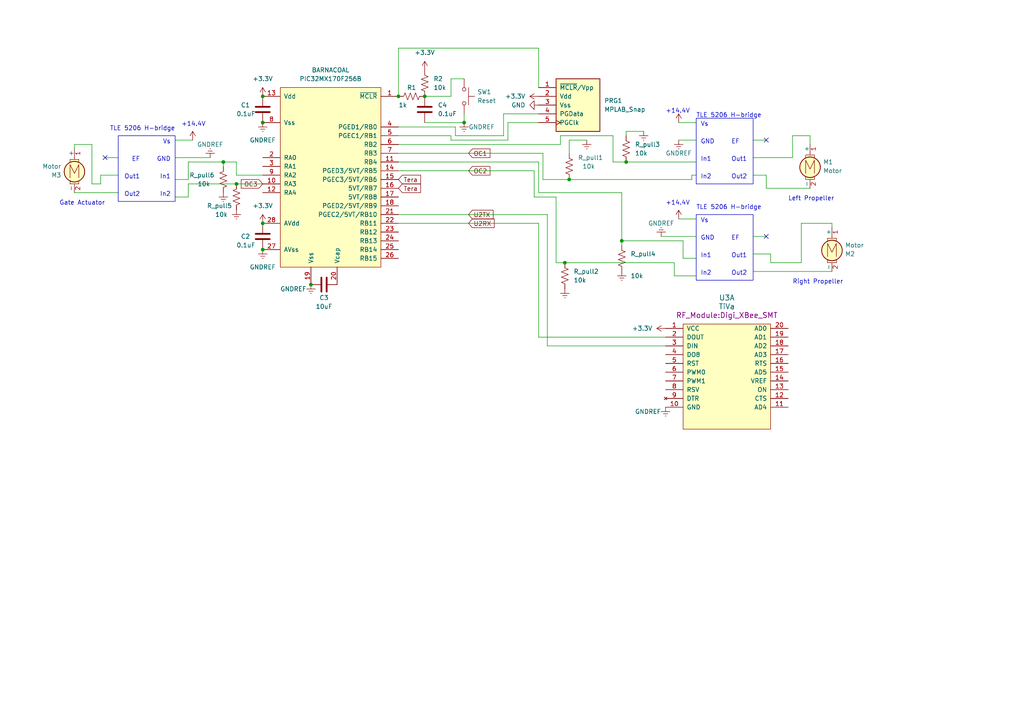
<source format=kicad_sch>
(kicad_sch (version 20230121) (generator eeschema)
  (paper "A4")
  (lib_symbols
    (symbol "ME218_BaseLib:Cap" (pin_numbers hide) (pin_names (offset 0.254))
      (property "Reference" "C" (at 0.635 2.54 0))
      (property "Value" "Cap" (at 0.635 -2.54 0))
      (symbol "Cap_0_1"
        (polyline (pts (xy -2.032 -0.762) (xy 2.032 -0.762)) (stroke (width 0.508)))
        (polyline (pts (xy -2.032 0.762) (xy 2.032 0.762)) (stroke (width 0.508)))
      )
      (symbol "Cap_1_1"
        (pin passive line (at 0 3.81 270) (length 2.794) (name "~") (number "1"))
        (pin passive line (at 0 -3.81 90) (length 2.794) (name "~") (number "2"))
      )
    )
    (symbol "ME218_BaseLib:MPLAB_Snap" (pin_names (offset 1.016))
      (property "Reference" "PRG" (at 0 8.89 0))
      (property "Value" "MPLAB_Snap" (at 8.89 1.27 90))
      (symbol "MPLAB_Snap_0_1"
        (rectangle (start -6.35 7.62) (end 6.35 -7.62) (stroke (width 0.254)) (fill (type background)))
      )
      (symbol "MPLAB_Snap_1_1"
        (pin output line (at -11.43 5.08 0) (length 5.08) (name "~{MCLR}/Vpp") (number "1"))
        (pin input line (at -11.43 2.54 0) (length 5.08) (name "Vdd") (number "2"))
        (pin input line (at -11.43 0 0) (length 5.08) (name "Vss") (number "3"))
        (pin bidirectional line (at -11.43 -2.54 0) (length 5.08) (name "PGData") (number "4"))
        (pin output clock (at -11.43 -5.08 0) (length 5.08) (name "PGClk") (number "5"))
        (pin no_connect line (at -2.54 -11.43 0) (length 5.08) hide (name "NC") (number "6"))
        (pin no_connect line (at -2.54 -13.97 0) (length 5.08) hide (name "NC") (number "7"))
        (pin no_connect line (at -2.54 -16.51 0) (length 5.08) hide (name "NC") (number "8"))
      )
    )
    (symbol "ME218_BaseLib:Motor" (pin_names (offset 0))
      (property "Reference" "M" (at 2.54 2.54 0))
      (property "Value" "Motor" (at 2.54 -5.08 0))
      (symbol "Motor_0_0"
        (circle (center 0 -1.524) (radius 2.9718) (stroke (width 0.254)) (fill (type background)))
        (polyline (pts (xy -1.27 -4.318) (xy -1.27 -5.08) (xy 1.27 -5.08) (xy 1.27 -4.318)) (fill (type background)))
        (polyline (pts (xy -1.27 1.27) (xy -1.27 2.032) (xy 1.27 2.032) (xy 1.27 1.27)) (fill (type background)))
        (polyline (pts (xy -1.27 -3.302) (xy -1.27 0.508) (xy 0 -2.032) (xy 1.27 0.508) (xy 1.27 -3.302)))
      )
      (symbol "Motor_0_1"
        (polyline (pts (xy 0 2.032) (xy 0 2.54)))
      )
      (symbol "Motor_1_1"
        (pin passive line (at 0 5.08 270) (length 2.54) (name "+") (number "1"))
        (pin passive line (at 0 -7.62 90) (length 2.54) (name "-") (number "2"))
      )
    )
    (symbol "ME218_BaseLib:PIC32MX170F256B" (pin_names (offset 1.016))
      (property "Reference" "U" (at -20.32 25.4 0))
      (property "Value" "PIC32MX170F256B" (at -7.62 25.4 0))
      (symbol "PIC32MX170F256B_0_1"
        (rectangle (start -21.59 24.13) (end 7.62 -27.94) (fill (type background)))
      )
      (symbol "PIC32MX170F256B_1_1"
        (pin input line (at 12.7 21.59 180) (length 5.08) (name "~{MCLR}") (number "1"))
        (pin bidirectional line (at -26.67 -3.81 0) (length 5.08) (name "RA3") (number "10"))
        (pin bidirectional line (at 12.7 2.54 180) (length 5.08) (name "RB4") (number "11"))
        (pin bidirectional line (at -26.67 -6.35 0) (length 5.08) (name "RA4") (number "12"))
        (pin power_in line (at -26.67 21.59 0) (length 5.08) (name "Vdd") (number "13"))
        (pin bidirectional line (at 12.7 0 180) (length 5.08) (name "PGED3/5VT/RB5") (number "14"))
        (pin bidirectional line (at 12.7 -2.54 180) (length 5.08) (name "PGEC3/5VT/RB6") (number "15"))
        (pin bidirectional line (at 12.7 -5.08 180) (length 5.08) (name "5VT/RB7") (number "16"))
        (pin bidirectional line (at 12.7 -7.62 180) (length 5.08) (name "5VT/RB8") (number "17"))
        (pin bidirectional line (at 12.7 -10.16 180) (length 5.08) (name "PGED2/5VT/RB9") (number "18"))
        (pin power_in line (at -12.7 -33.02 90) (length 5.08) (name "Vss") (number "19"))
        (pin bidirectional line (at -26.67 3.81 0) (length 5.08) (name "RA0") (number "2"))
        (pin input line (at -5.08 -33.02 90) (length 5.08) (name "Vcap") (number "20"))
        (pin bidirectional line (at 12.7 -12.7 180) (length 5.08) (name "PGEC2/5VT/RB10") (number "21"))
        (pin bidirectional line (at 12.7 -15.24 180) (length 5.08) (name "RB11") (number "22"))
        (pin bidirectional line (at 12.7 -17.78 180) (length 5.08) (name "RB12") (number "23"))
        (pin bidirectional line (at 12.7 -20.32 180) (length 5.08) (name "RB13") (number "24"))
        (pin bidirectional line (at 12.7 -22.86 180) (length 5.08) (name "RB14") (number "25"))
        (pin bidirectional line (at 12.7 -25.4 180) (length 5.08) (name "RB15") (number "26"))
        (pin power_in line (at -26.67 -22.86 0) (length 5.08) (name "AVss") (number "27"))
        (pin power_in line (at -26.67 -15.24 0) (length 5.08) (name "AVdd") (number "28"))
        (pin bidirectional line (at -26.67 1.27 0) (length 5.08) (name "RA1") (number "3"))
        (pin bidirectional line (at 12.7 12.7 180) (length 5.08) (name "PGED1/RB0") (number "4"))
        (pin bidirectional line (at 12.7 10.16 180) (length 5.08) (name "PGEC1/RB1") (number "5"))
        (pin bidirectional line (at 12.7 7.62 180) (length 5.08) (name "RB2") (number "6"))
        (pin bidirectional line (at 12.7 5.08 180) (length 5.08) (name "RB3") (number "7"))
        (pin power_in line (at -26.67 13.97 0) (length 5.08) (name "Vss") (number "8"))
        (pin bidirectional line (at -26.67 -1.27 0) (length 5.08) (name "RA2") (number "9"))
      )
    )
    (symbol "ME218_BaseLib:Res1" (pin_numbers hide) (pin_names (offset 0))
      (property "Reference" "R" (at 2.54 0 90))
      (property "Value" "Res1" (at -2.54 0 90))
      (symbol "Res1_0_1"
        (polyline (pts (xy 0 -2.286) (xy 0 -2.54)))
        (polyline (pts (xy 0 2.286) (xy 0 2.54)))
        (polyline (pts (xy 0 -0.762) (xy 1.016 -1.143) (xy 0 -1.524) (xy -1.016 -1.905) (xy 0 -2.286)))
        (polyline (pts (xy 0 0.762) (xy 1.016 0.381) (xy 0 0) (xy -1.016 -0.381) (xy 0 -0.762)))
        (polyline (pts (xy 0 2.286) (xy 1.016 1.905) (xy 0 1.524) (xy -1.016 1.143) (xy 0 0.762)))
      )
      (symbol "Res1_1_1"
        (pin passive line (at 0 3.81 270) (length 1.27) (name "~") (number "1"))
        (pin passive line (at 0 -3.81 90) (length 1.27) (name "~") (number "2"))
      )
    )
    (symbol "ME218_BaseLib:SW-PB" (pin_numbers hide) (pin_names (offset 1.016) hide)
      (property "Reference" "SW" (at 1.27 2.54 0))
      (property "Value" "SW-PB" (at 0 -1.524 0))
      (symbol "SW-PB_0_1"
        (circle (center -2.032 0) (radius 0.508))
        (polyline (pts (xy 0 1.27) (xy 0 3.048)))
        (polyline (pts (xy 2.54 1.27) (xy -2.54 1.27)))
        (circle (center 2.032 0) (radius 0.508))
        (pin passive line (at -5.08 0 0) (length 2.54) (name "1") (number "1"))
        (pin passive line (at 5.08 0 180) (length 2.54) (name "2") (number "2"))
      )
    )
    (symbol "Res1_4" (pin_numbers hide) (pin_names (offset 0))
      (property "Reference" "R" (at 2.54 0 90))
      (property "Value" "Res1" (at -2.54 0 90))
      (symbol "Res1_4_0_1"
        (polyline (pts (xy 0 -2.286) (xy 0 -2.54)))
        (polyline (pts (xy 0 2.286) (xy 0 2.54)))
        (polyline (pts (xy 0 -0.762) (xy 1.016 -1.143) (xy 0 -1.524) (xy -1.016 -1.905) (xy 0 -2.286)))
        (polyline (pts (xy 0 0.762) (xy 1.016 0.381) (xy 0 0) (xy -1.016 -0.381) (xy 0 -0.762)))
        (polyline (pts (xy 0 2.286) (xy 1.016 1.905) (xy 0 1.524) (xy -1.016 1.143) (xy 0 0.762)))
      )
      (symbol "Res1_4_1_1"
        (pin passive line (at 0 3.81 270) (length 1.27) (name "~") (number "1"))
        (pin passive line (at 0 -3.81 90) (length 1.27) (name "~") (number "2"))
      )
    )
    (symbol "TiVa_1" (pin_names (offset 1.016))
      (property "Reference" "U3" (at 0 24.13 0))
      (property "Value" "TiVa" (at 0 21.59 0))
      (property "Footprint" "RF_Module:Digi_XBee_SMT" (at 0 19.05 0))
      (symbol "TiVa_1_0_1"
        (rectangle (start -12.7 16.51) (end 12.7 -13.97) (fill (type background)))
      )
      (symbol "TiVa_1_1_1"
        (pin tri_state line (at -17.78 15.24 0) (length 5.08) (name "VCC") (number "1"))
        (pin power_out line (at -17.78 -7.62 0) (length 5.08) (name "GND") (number "10"))
        (pin tri_state line (at 17.78 -7.62 180) (length 5.08) (name "AD4") (number "11"))
        (pin tri_state line (at 17.78 -5.08 180) (length 5.08) (name "CTS") (number "12"))
        (pin tri_state line (at 17.78 -2.54 180) (length 5.08) (name "ON") (number "13"))
        (pin tri_state line (at 17.78 0 180) (length 5.08) (name "VREF") (number "14"))
        (pin tri_state line (at 17.78 2.54 180) (length 5.08) (name "AD5") (number "15"))
        (pin tri_state line (at 17.78 5.08 180) (length 5.08) (name "RTS") (number "16"))
        (pin tri_state line (at 17.78 7.62 180) (length 5.08) (name "AD3") (number "17"))
        (pin tri_state line (at 17.78 10.16 180) (length 5.08) (name "AD2") (number "18"))
        (pin tri_state line (at 17.78 12.7 180) (length 5.08) (name "AD1") (number "19"))
        (pin tri_state line (at -17.78 12.7 0) (length 5.08) (name "DOUT") (number "2"))
        (pin tri_state line (at 17.78 15.24 180) (length 5.08) (name "AD0") (number "20"))
        (pin tri_state line (at -17.78 10.16 0) (length 5.08) (name "DIN") (number "3"))
        (pin tri_state line (at -17.78 7.62 0) (length 5.08) (name "DO8") (number "4"))
        (pin tri_state line (at -17.78 5.08 0) (length 5.08) (name "RST") (number "5"))
        (pin tri_state line (at -17.78 2.54 0) (length 5.08) (name "PWM0") (number "6"))
        (pin tri_state line (at -17.78 0 0) (length 5.08) (name "PWM1") (number "7"))
        (pin tri_state line (at -17.78 -2.54 0) (length 5.08) (name "RSV") (number "8"))
        (pin no_connect line (at -17.78 -5.08 0) (length 5.08) (name "DTR") (number "9"))
      )
      (symbol "TiVa_1_2_1"
        (pin no_connect line (at -17.78 15.24 0) (length 5.08) (name "NC") (number "1"))
        (pin power_out line (at -17.78 -7.62 0) (length 5.08) (name "PF3") (number "10"))
        (pin tri_state line (at -17.78 -10.16 0) (length 5.08) (name "PF2") (number "11"))
        (pin no_connect line (at -17.78 -12.7 0) (length 5.08) (name "NC") (number "12"))
        (pin no_connect line (at 17.78 -12.7 180) (length 5.08) (name "NC") (number "13"))
        (pin tri_state line (at 17.78 -10.16 180) (length 5.08) (name "PF1") (number "14"))
        (pin tri_state line (at 17.78 -7.62 180) (length 5.08) (name "PF0") (number "15"))
        (pin tri_state line (at 17.78 -5.08 180) (length 5.08) (name "PD7") (number "16"))
        (pin tri_state line (at 17.78 -2.54 180) (length 5.08) (name "PD6") (number "17"))
        (pin no_connect line (at 17.78 0 180) (length 5.08) (name "NC") (number "18"))
        (pin no_connect line (at 17.78 2.54 180) (length 5.08) (name "NC") (number "19"))
        (pin power_in line (at -17.78 12.7 0) (length 5.08) (name "GND") (number "2"))
        (pin no_connect line (at 17.78 15.24 180) (length 5.08) (name "NC") (number "20"))
        (pin tri_state line (at 17.78 5.08 180) (length 5.08) (name "PD3") (number "20"))
        (pin tri_state line (at 17.78 7.62 180) (length 5.08) (name "PD2") (number "21"))
        (pin tri_state line (at 17.78 10.16 180) (length 5.08) (name "PD1") (number "22"))
        (pin tri_state line (at 17.78 12.7 180) (length 5.08) (name "PD0") (number "23"))
        (pin tri_state line (at -17.78 10.16 0) (length 5.08) (name "PE0") (number "3"))
        (pin tri_state line (at -17.78 7.62 0) (length 5.08) (name "PE1") (number "4"))
        (pin tri_state line (at -17.78 5.08 0) (length 5.08) (name "PE2") (number "5"))
        (pin tri_state line (at -17.78 2.54 0) (length 5.08) (name "PE3") (number "6"))
        (pin tri_state line (at -17.78 0 0) (length 5.08) (name "PE4") (number "7"))
        (pin tri_state line (at -17.78 -2.54 0) (length 5.08) (name "PE5") (number "8"))
        (pin tri_state line (at -17.78 -5.08 0) (length 5.08) (name "PF4") (number "9"))
      )
    )
    (symbol "power:+15V" (power) (pin_names (offset 0))
      (property "Value" "+15V" (at 0 3.556 0))
      (symbol "+15V_0_1"
        (polyline (pts (xy -0.762 1.27) (xy 0 2.54)))
        (polyline (pts (xy 0 0) (xy 0 2.54)))
        (polyline (pts (xy 0 2.54) (xy 0.762 1.27)))
      )
      (symbol "+15V_1_1"
        (pin power_in line (at 0 0 90) (length 0) hide (name "+15V") (number "1"))
      )
    )
    (symbol "power:+3.3V" (power) (pin_names (offset 0))
      (property "Value" "+3.3V" (at 0 3.556 0))
      (symbol "+3.3V_0_1"
        (polyline (pts (xy -0.762 1.27) (xy 0 2.54)))
        (polyline (pts (xy 0 0) (xy 0 2.54)))
        (polyline (pts (xy 0 2.54) (xy 0.762 1.27)))
      )
      (symbol "+3.3V_1_1"
        (pin power_in line (at 0 0 90) (length 0) hide (name "+3.3V") (number "1"))
      )
    )
    (symbol "power:GND" (power) (pin_names (offset 0))
      (property "Value" "GND" (at 0 -3.81 0))
      (symbol "GND_0_1"
        (polyline (pts (xy 0 0) (xy 0 -1.27) (xy 1.27 -1.27) (xy 0 -2.54) (xy -1.27 -1.27) (xy 0 -1.27)))
      )
      (symbol "GND_1_1"
        (pin power_in line (at 0 0 270) (length 0) hide (name "GND") (number "1"))
      )
    )
    (symbol "power:GNDREF" (power) (pin_names (offset 0))
      (property "Value" "GNDREF" (at 0 -3.81 0))
      (symbol "GNDREF_0_1"
        (polyline (pts (xy -0.635 -1.905) (xy 0.635 -1.905)))
        (polyline (pts (xy -0.127 -2.54) (xy 0.127 -2.54)))
        (polyline (pts (xy 0 -1.27) (xy 0 0)))
        (polyline (pts (xy 1.27 -1.27) (xy -1.27 -1.27)))
      )
      (symbol "GNDREF_1_1"
        (pin power_in line (at 0 0 270) (length 0) hide (name "GNDREF") (number "1"))
      )
    )
  )
  (junction (at 163.83 76.2))
  (junction (at 68.58 53.34))
  (junction (at 165.1 52.07))
  (junction (at 134.62 35.56))
  (junction (at 76.2 64.77))
  (junction (at 181.61 46.99))
  (junction (at 76.2 27.94))
  (junction (at 90.17 82.55))
  (junction (at 123.19 27.94))
  (junction (at 180.34 69.85))
  (junction (at 76.2 72.39))
  (junction (at 64.77 46.99))
  (junction (at 76.2 35.56))
  (junction (at 115.57 27.94))
  (no_connect (at 222.25 68.58))
  (no_connect (at 222.25 40.64))
  (no_connect (at 30.48 45.72))
  (wire (pts (xy 34.29 45.72) (xy 30.48 45.72)))
  (wire (pts (xy 132.08 39.37) (xy 146.05 39.37)))
  (wire (pts (xy 115.57 49.53) (xy 154.94 49.53)))
  (wire (pts (xy 180.34 69.85) (xy 198.12 69.85)))
  (wire (pts (xy 218.44 50.8) (xy 222.25 50.8)))
  (wire (pts (xy 195.58 76.2) (xy 195.58 80.01)))
  (wire (pts (xy 165.1 52.07) (xy 157.48 52.07)))
  (wire (pts (xy 68.58 53.34) (xy 76.2 53.34)))
  (wire (pts (xy 29.21 53.34) (xy 26.67 53.34)))
  (wire (pts (xy 54.61 52.07) (xy 50.8 52.07)))
  (wire (pts (xy 130.81 39.37) (xy 130.81 40.64)))
  (wire (pts (xy 115.57 41.91) (xy 162.56 41.91)))
  (wire (pts (xy 234.95 54.61) (xy 222.25 54.61)))
  (wire (pts (xy 223.52 76.2) (xy 223.52 73.66)))
  (wire (pts (xy 146.05 39.37) (xy 146.05 33.02)))
  (wire (pts (xy 196.85 35.56) (xy 201.93 35.56)))
  (wire (pts (xy 162.56 39.37) (xy 177.8 39.37)))
  (wire (pts (xy 123.19 27.94) (xy 130.81 27.94)))
  (wire (pts (xy 196.85 40.64) (xy 201.93 40.64)))
  (wire (pts (xy 21.59 41.91) (xy 26.67 41.91)))
  (wire (pts (xy 234.95 39.37) (xy 229.87 39.37)))
  (wire (pts (xy 68.58 50.8) (xy 68.58 46.99)))
  (wire (pts (xy 60.96 45.72) (xy 50.8 45.72)))
  (wire (pts (xy 218.44 73.66) (xy 223.52 73.66)))
  (wire (pts (xy 163.83 76.2) (xy 195.58 76.2)))
  (wire (pts (xy 191.77 68.58) (xy 201.93 68.58)))
  (wire (pts (xy 198.12 74.93) (xy 201.93 74.93)))
  (wire (pts (xy 54.61 53.34) (xy 54.61 57.15)))
  (wire (pts (xy 165.1 40.64) (xy 170.18 40.64)))
  (wire (pts (xy 232.41 76.2) (xy 232.41 64.77)))
  (wire (pts (xy 26.67 53.34) (xy 26.67 41.91)))
  (wire (pts (xy 200.66 52.07) (xy 200.66 50.8)))
  (wire (pts (xy 161.29 57.15) (xy 161.29 76.2)))
  (wire (pts (xy 34.29 50.8) (xy 29.21 50.8)))
  (wire (pts (xy 130.81 40.64) (xy 147.32 40.64)))
  (wire (pts (xy 165.1 40.64) (xy 165.1 44.45)))
  (wire (pts (xy 223.52 76.2) (xy 232.41 76.2)))
  (wire (pts (xy 162.56 41.91) (xy 162.56 39.37)))
  (wire (pts (xy 241.3 64.77) (xy 232.41 64.77)))
  (wire (pts (xy 218.44 68.58) (xy 222.25 68.58)))
  (wire (pts (xy 156.21 55.88) (xy 180.34 55.88)))
  (wire (pts (xy 115.57 27.94) (xy 115.57 13.97)))
  (wire (pts (xy 241.3 66.04) (xy 241.3 64.77)))
  (wire (pts (xy 21.59 43.18) (xy 21.59 41.91)))
  (wire (pts (xy 154.94 49.53) (xy 154.94 57.15)))
  (wire (pts (xy 157.48 44.45) (xy 115.57 44.45)))
  (wire (pts (xy 218.44 40.64) (xy 222.25 40.64)))
  (wire (pts (xy 196.85 63.5) (xy 201.93 63.5)))
  (wire (pts (xy 195.58 80.01) (xy 201.93 80.01)))
  (wire (pts (xy 115.57 64.77) (xy 156.21 64.77)))
  (wire (pts (xy 180.34 71.12) (xy 180.34 69.85)))
  (wire (pts (xy 147.32 35.56) (xy 156.21 35.56)))
  (wire (pts (xy 154.94 57.15) (xy 161.29 57.15)))
  (wire (pts (xy 156.21 64.77) (xy 156.21 97.79)))
  (wire (pts (xy 181.61 39.37) (xy 181.61 38.1)))
  (wire (pts (xy 64.77 46.99) (xy 54.61 46.99)))
  (wire (pts (xy 222.25 54.61) (xy 222.25 50.8)))
  (wire (pts (xy 165.1 52.07) (xy 200.66 52.07)))
  (wire (pts (xy 55.88 40.64) (xy 50.8 40.64)))
  (wire (pts (xy 161.29 76.2) (xy 163.83 76.2)))
  (wire (pts (xy 115.57 62.23) (xy 158.75 62.23)))
  (wire (pts (xy 34.29 55.88) (xy 21.59 55.88)))
  (wire (pts (xy 29.21 53.34) (xy 29.21 50.8)))
  (wire (pts (xy 177.8 39.37) (xy 177.8 46.99)))
  (wire (pts (xy 123.19 35.56) (xy 134.62 35.56)))
  (wire (pts (xy 158.75 100.33) (xy 193.04 100.33)))
  (wire (pts (xy 177.8 46.99) (xy 181.61 46.99)))
  (wire (pts (xy 54.61 57.15) (xy 50.8 57.15)))
  (wire (pts (xy 130.81 22.86) (xy 134.62 22.86)))
  (wire (pts (xy 134.62 33.02) (xy 134.62 35.56)))
  (wire (pts (xy 198.12 69.85) (xy 198.12 74.93)))
  (wire (pts (xy 146.05 33.02) (xy 156.21 33.02)))
  (wire (pts (xy 218.44 45.72) (xy 229.87 45.72)))
  (wire (pts (xy 147.32 40.64) (xy 147.32 35.56)))
  (wire (pts (xy 229.87 39.37) (xy 229.87 45.72)))
  (wire (pts (xy 234.95 41.91) (xy 234.95 39.37)))
  (wire (pts (xy 54.61 53.34) (xy 68.58 53.34)))
  (wire (pts (xy 132.08 36.83) (xy 132.08 39.37)))
  (wire (pts (xy 115.57 39.37) (xy 130.81 39.37)))
  (wire (pts (xy 158.75 62.23) (xy 158.75 100.33)))
  (wire (pts (xy 115.57 36.83) (xy 132.08 36.83)))
  (wire (pts (xy 115.57 46.99) (xy 156.21 46.99)))
  (wire (pts (xy 76.2 50.8) (xy 68.58 50.8)))
  (wire (pts (xy 64.77 48.26) (xy 64.77 46.99)))
  (wire (pts (xy 180.34 55.88) (xy 180.34 69.85)))
  (wire (pts (xy 181.61 46.99) (xy 201.93 46.99)))
  (wire (pts (xy 68.58 46.99) (xy 64.77 46.99)))
  (wire (pts (xy 200.66 50.8) (xy 201.93 50.8)))
  (wire (pts (xy 218.44 78.74) (xy 241.3 78.74)))
  (wire (pts (xy 156.21 13.97) (xy 156.21 25.4)))
  (wire (pts (xy 156.21 46.99) (xy 156.21 55.88)))
  (wire (pts (xy 54.61 46.99) (xy 54.61 52.07)))
  (wire (pts (xy 181.61 38.1) (xy 186.69 38.1)))
  (wire (pts (xy 157.48 52.07) (xy 157.48 44.45)))
  (wire (pts (xy 130.81 27.94) (xy 130.81 22.86)))
  (wire (pts (xy 115.57 13.97) (xy 156.21 13.97)))
  (wire (pts (xy 156.21 97.79) (xy 193.04 97.79)))
  (rectangle (start 201.93 34.29) (end 218.44 53.34))
  (rectangle (start 34.29 58.42) (end 50.8 39.37))
  (rectangle (start 201.93 62.23) (end 218.44 81.28))
  (text "In2" (at 203.2 80.01 0) (effects (font (size 1.27 1.27)) (justify left bottom)))
  (text "Vs" (at 203.2 36.83 0) (effects (font (size 1.27 1.27)) (justify left bottom)))
  (text "+14.4V\n" (at 59.69 36.83 0) (effects (font (size 1.27 1.27)) (justify right bottom)))
  (text "Gate Actuator" (at 30.48 59.69 0) (effects (font (size 1.27 1.27)) (justify right bottom)))
  (text "Vs" (at 203.2 64.77 0) (effects (font (size 1.27 1.27)) (justify left bottom)))
  (text "In2" (at 49.53 57.15 0) (effects (font (size 1.27 1.27)) (justify right bottom)))
  (text "In1" (at 203.2 46.99 0) (effects (font (size 1.27 1.27)) (justify left bottom)))
  (text "TLE 5206 H-bridge\n" (at 201.93 34.29 0) (effects (font (size 1.27 1.27)) (justify left bottom)))
  (text "EF" (at 212.09 41.91 0) (effects (font (size 1.27 1.27)) (justify left bottom)))
  (text "TLE 5206 H-bridge\n" (at 201.93 60.96 0) (effects (font (size 1.27 1.27)) (justify left bottom)))
  (text "In1" (at 203.2 74.93 0) (effects (font (size 1.27 1.27)) (justify left bottom)))
  (text "Out1" (at 40.64 52.07 0) (effects (font (size 1.27 1.27)) (justify right bottom)))
  (text "Out2\n" (at 40.64 57.15 0) (effects (font (size 1.27 1.27)) (justify right bottom)))
  (text "+14.4V\n" (at 193.04 33.02 0) (effects (font (size 1.27 1.27)) (justify left bottom)))
  (text "Left Propeller" (at 228.6 58.42 0) (effects (font (size 1.27 1.27)) (justify left bottom)))
  (text "Vs" (at 49.53 41.91 0) (effects (font (size 1.27 1.27)) (justify right bottom)))
  (text "In1" (at 49.53 52.07 0) (effects (font (size 1.27 1.27)) (justify right bottom)))
  (text "GND" (at 203.2 41.91 0) (effects (font (size 1.27 1.27)) (justify left bottom)))
  (text "+14.4V\n" (at 193.04 59.69 0) (effects (font (size 1.27 1.27)) (justify left bottom)))
  (text "TLE 5206 H-bridge\n" (at 50.8 38.1 0) (effects (font (size 1.27 1.27)) (justify right bottom)))
  (text "GND" (at 203.2 69.85 0) (effects (font (size 1.27 1.27)) (justify left bottom)))
  (text "Right Propeller" (at 229.87 82.55 0) (effects (font (size 1.27 1.27)) (justify left bottom)))
  (text "GND" (at 49.53 46.99 0) (effects (font (size 1.27 1.27)) (justify right bottom)))
  (text "EF" (at 40.64 46.99 0) (effects (font (size 1.27 1.27)) (justify right bottom)))
  (text "EF" (at 212.09 69.85 0) (effects (font (size 1.27 1.27)) (justify left bottom)))
  (text "Out1" (at 212.09 46.99 0) (effects (font (size 1.27 1.27)) (justify left bottom)))
  (text "Out2\n" (at 212.09 80.01 0) (effects (font (size 1.27 1.27)) (justify left bottom)))
  (text "Out1" (at 212.09 74.93 0) (effects (font (size 1.27 1.27)) (justify left bottom)))
  (text "In2" (at 203.2 52.07 0) (effects (font (size 1.27 1.27)) (justify left bottom)))
  (text "Out2\n" (at 212.09 52.07 0) (effects (font (size 1.27 1.27)) (justify left bottom)))
  (global_label "OC1" (shape input) (at 135.89 44.45 0) (property "Intersheetrefs" "${INTERSHEET_REFS}" (effects hide)))
  (global_label "OC3" (shape input) (at 76.2 53.34 180) (property "Intersheetrefs" "${INTERSHEET_REFS}" (effects hide)))
  (global_label "Tera" (shape input) (at 115.57 52.07 0) (property "Intersheetrefs" "${INTERSHEET_REFS}" (effects hide)))
  (global_label "OC2" (shape input) (at 135.89 49.53 0) (property "Intersheetrefs" "${INTERSHEET_REFS}" (effects hide)))
  (global_label "U2TX" (shape input) (at 135.89 62.23 0) (property "Intersheetrefs" "${INTERSHEET_REFS}" (effects hide)))
  (global_label "U2RX" (shape input) (at 135.89 64.77 0) (property "Intersheetrefs" "${INTERSHEET_REFS}" (effects hide)))
  (global_label "Tera" (shape input) (at 115.57 54.61 0) (property "Intersheetrefs" "${INTERSHEET_REFS}" (effects hide)))
  (symbol (lib_id "ME218_BaseLib:MPLAB_Snap") (at 167.64 30.48 0) (unit 1)
    (property "Reference" "PRG1" (at 175.26 29.21 0) (effects (justify left)))
    (property "Value" "MPLAB_Snap" (at 175.26 31.75 0) (effects (justify left)))
  )
  (symbol (lib_id "power:GNDREF") (at 68.58 60.96 0) (mirror y) (unit 1)
    (property "Reference" "#PWR029" (effects hide))
    (property "Value" "GNDREF" (effects hide))
  )
  (symbol (lib_id "ME218_BaseLib:Cap") (at 76.2 68.58 0) (unit 1)
    (property "Reference" "C2" (at 69.85 68.58 0) (effects (justify left)))
    (property "Value" "0.1uF" (at 68.58 71.12 0) (effects (justify left)))
  )
  (symbol (lib_id "ME218_BaseLib:Motor") (at 21.59 48.26 0) (unit 1)
    (property "Reference" "M3" (at 17.78 50.8 0) (effects (justify right)))
    (property "Value" "Motor" (at 17.78 48.26 0) (effects (justify right)))
  )
  (symbol (lib_id "power:+3.3V") (at 76.2 27.94 0) (unit 1)
    (property "Reference" "#PWR05" (effects hide))
    (property "Value" "+3.3V" (at 76.2 22.86 0))
  )
  (symbol (lib_id "power:GNDREF") (at 60.96 45.72 180) (unit 1)
    (property "Reference" "#PWR031" (effects hide))
    (property "Value" "GNDREF" (at 60.96 41.91 0))
  )
  (symbol (lib_id "power:+3.3V") (at 156.21 27.94 90) (unit 1)
    (property "Reference" "#PWR07" (effects hide))
    (property "Value" "+3.3V" (at 152.4 27.94 90) (effects (justify left)))
  )
  (symbol (lib_id "power:+15V") (at 196.85 35.56 0) (unit 1)
    (property "Reference" "#PWR024" (effects hide))
    (property "Value" "+15V" (effects hide))
  )
  (symbol (lib_id "power:+3.3V") (at 193.04 95.25 90) (unit 1)
    (property "Reference" "#PWR027" (effects hide))
    (property "Value" "+3.3V" (at 189.23 95.25 90) (effects (justify left)))
  )
  (symbol (lib_id "power:GNDREF") (at 193.04 118.11 0) (unit 1)
    (property "Reference" "#PWR028" (effects hide))
    (property "Value" "GNDREF" (at 187.96 119.38 0))
  )
  (symbol (lib_id "ME218_BaseLib:PIC32MX170F256B") (at 102.87 49.53 0) (unit 1)
    (property "Reference" "BARNACOAL" (at 95.885 20.32 0))
    (property "Value" "PIC32MX170F256B" (at 95.885 22.86 0))
  )
  (symbol (lib_id "power:+3.3V") (at 123.19 20.32 0) (unit 1)
    (property "Reference" "#PWR04" (effects hide))
    (property "Value" "+3.3V" (at 123.19 15.24 0))
  )
  (symbol (lib_id "power:GNDREF") (at 163.83 83.82 0) (unit 1)
    (property "Reference" "#PWR019" (effects hide))
    (property "Value" "GNDREF" (effects hide))
  )
  (symbol (lib_id "ME218_BaseLib:Res1") (at 119.38 27.94 270) (unit 1)
    (property "Reference" "R1" (at 119.38 25.4 90))
    (property "Value" "1k" (at 116.84 30.48 90))
  )
  (symbol (lib_id "ME218_BaseLib:Motor") (at 234.95 46.99 0) (unit 1)
    (property "Reference" "M1" (at 238.76 46.99 0) (effects (justify left)))
    (property "Value" "Motor" (at 238.76 49.53 0) (effects (justify left)))
  )
  (symbol (lib_name "Res1_4") (lib_id "ME218_BaseLib:Res1") (at 181.61 43.18 180) (unit 1)
    (property "Reference" "R_pull3" (at 184.15 41.91 0) (effects (justify right)))
    (property "Value" "10k" (at 184.15 44.45 0) (effects (justify right)))
  )
  (symbol (lib_id "power:GNDREF") (at 180.34 78.74 0) (unit 1)
    (property "Reference" "#PWR021" (effects hide))
    (property "Value" "GNDREF" (effects hide))
  )
  (symbol (lib_id "ME218_BaseLib:Motor") (at 241.3 71.12 0) (mirror y) (unit 1)
    (property "Reference" "M2" (at 245.11 73.66 0) (effects (justify right)))
    (property "Value" "Motor" (at 245.11 71.12 0) (effects (justify right)))
  )
  (symbol (lib_name "Res1_4") (lib_id "ME218_BaseLib:Res1") (at 68.58 57.15 0) (mirror y) (unit 1)
    (property "Reference" "R_pull5" (at 67.31 59.69 0) (effects (justify left)))
    (property "Value" "10k" (at 66.04 62.23 0) (effects (justify left)))
  )
  (symbol (lib_id "ME218_BaseLib:Cap") (at 76.2 31.75 0) (unit 1)
    (property "Reference" "C1" (at 69.85 30.48 0) (effects (justify left)))
    (property "Value" "0.1uF" (at 68.58 33.02 0) (effects (justify left)))
  )
  (symbol (lib_name "Res1_4") (lib_id "ME218_BaseLib:Res1") (at 64.77 52.07 0) (mirror y) (unit 1)
    (property "Reference" "R_pull6" (at 62.23 50.8 0) (effects (justify left)))
    (property "Value" "10k" (at 60.96 53.34 0) (effects (justify left)))
  )
  (symbol (lib_name "TiVa_1") (lib_id "ME218_BaseLib:TiVa") (at 210.82 110.49 0) (unit 1)
    (property "Reference" "U3" (at 210.82 86.36 0) (effects (font (size 1.524 1.524))))
    (property "Value" "TiVa" (at 210.82 88.9 0) (effects (font (size 1.524 1.524))))
    (property "Footprint" "RF_Module:Digi_XBee_SMT" (at 210.82 91.44 0) (effects (font (size 1.524 1.524))))
  )
  (symbol (lib_id "power:GNDREF") (at 64.77 55.88 0) (mirror y) (unit 1)
    (property "Reference" "#PWR030" (effects hide))
    (property "Value" "GNDREF" (effects hide))
  )
  (symbol (lib_name "Res1_4") (lib_id "ME218_BaseLib:Res1") (at 180.34 74.93 0) (unit 1)
    (property "Reference" "R_pull4" (at 182.88 73.66 0) (effects (justify left)))
    (property "Value" "10k" (at 182.88 80.01 0) (effects (justify left)))
  )
  (symbol (lib_id "power:GNDREF") (at 170.18 40.64 0) (unit 1)
    (property "Reference" "#PWR020" (effects hide))
    (property "Value" "GNDREF" (effects hide))
  )
  (symbol (lib_id "ME218_BaseLib:Res1") (at 123.19 24.13 0) (unit 1)
    (property "Reference" "R2" (at 125.73 22.86 0) (effects (justify left)))
    (property "Value" "10k" (at 125.73 25.4 0) (effects (justify left)))
  )
  (symbol (lib_id "power:GNDREF") (at 90.17 82.55 0) (unit 1)
    (property "Reference" "#PWR02" (effects hide))
    (property "Value" "GNDREF" (at 85.09 83.82 0))
  )
  (symbol (lib_name "Res1_4") (lib_id "ME218_BaseLib:Res1") (at 163.83 80.01 0) (unit 1)
    (property "Reference" "R_pull2" (at 166.37 78.74 0) (effects (justify left)))
    (property "Value" "10k" (at 166.37 81.28 0) (effects (justify left)))
  )
  (symbol (lib_id "power:GND") (at 156.21 30.48 270) (unit 1)
    (property "Reference" "#PWR08" (effects hide))
    (property "Value" "GND" (at 152.4 30.48 90) (effects (justify right)))
  )
  (symbol (lib_id "power:GNDREF") (at 134.62 35.56 0) (unit 1)
    (property "Reference" "#PWR03" (effects hide))
    (property "Value" "GNDREF" (at 139.7 36.83 0))
  )
  (symbol (lib_id "ME218_BaseLib:Cap") (at 93.98 82.55 90) (unit 1)
    (property "Reference" "C3" (at 93.98 86.36 90))
    (property "Value" "10uF" (at 93.98 88.9 90))
  )
  (symbol (lib_id "power:GNDREF") (at 76.2 35.56 0) (unit 1)
    (property "Reference" "#PWR01" (effects hide))
    (property "Value" "GNDREF" (at 76.2 40.64 0))
  )
  (symbol (lib_id "power:+3.3V") (at 76.2 64.77 0) (unit 1)
    (property "Reference" "#PWR06" (effects hide))
    (property "Value" "+3.3V" (at 76.2 59.69 0))
  )
  (symbol (lib_id "ME218_BaseLib:Cap") (at 123.19 31.75 0) (unit 1)
    (property "Reference" "C4" (at 127 30.48 0) (effects (justify left)))
    (property "Value" "0.1uF" (at 127 33.02 0) (effects (justify left)))
  )
  (symbol (lib_name "Res1_4") (lib_id "ME218_BaseLib:Res1") (at 165.1 48.26 180) (unit 1)
    (property "Reference" "R_pull1" (at 167.64 45.72 0) (effects (justify right)))
    (property "Value" "10k" (at 168.91 48.26 0) (effects (justify right)))
  )
  (symbol (lib_id "ME218_BaseLib:SW-PB") (at 134.62 27.94 270) (unit 1)
    (property "Reference" "SW1" (at 138.43 26.67 90) (effects (justify left)))
    (property "Value" "Reset" (at 138.43 29.21 90) (effects (justify left)))
  )
  (symbol (lib_id "power:+15V") (at 196.85 63.5 0) (unit 1)
    (property "Reference" "#PWR026" (effects hide))
    (property "Value" "+15V" (effects hide))
  )
  (symbol (lib_id "power:GNDREF") (at 191.77 68.58 0) (mirror x) (unit 1)
    (property "Reference" "#PWR023" (effects hide))
    (property "Value" "GNDREF" (at 191.77 64.77 0))
  )
  (symbol (lib_id "power:+15V") (at 55.88 40.64 0) (mirror y) (unit 1)
    (property "Reference" "#PWR032" (effects hide))
    (property "Value" "+15V" (effects hide))
  )
  (symbol (lib_id "power:GNDREF") (at 196.85 40.64 0) (unit 1)
    (property "Reference" "#PWR025" (effects hide))
    (property "Value" "GNDREF" (at 196.85 44.45 0))
  )
  (symbol (lib_id "power:GNDREF") (at 76.2 72.39 0) (unit 1)
    (property "Reference" "#PWR014" (effects hide))
    (property "Value" "GNDREF" (at 76.2 77.47 0))
  )
  (symbol (lib_id "power:GNDREF") (at 186.69 38.1 0) (unit 1)
    (property "Reference" "#PWR022" (effects hide))
    (property "Value" "GNDREF" (effects hide))
  )
)
</source>
